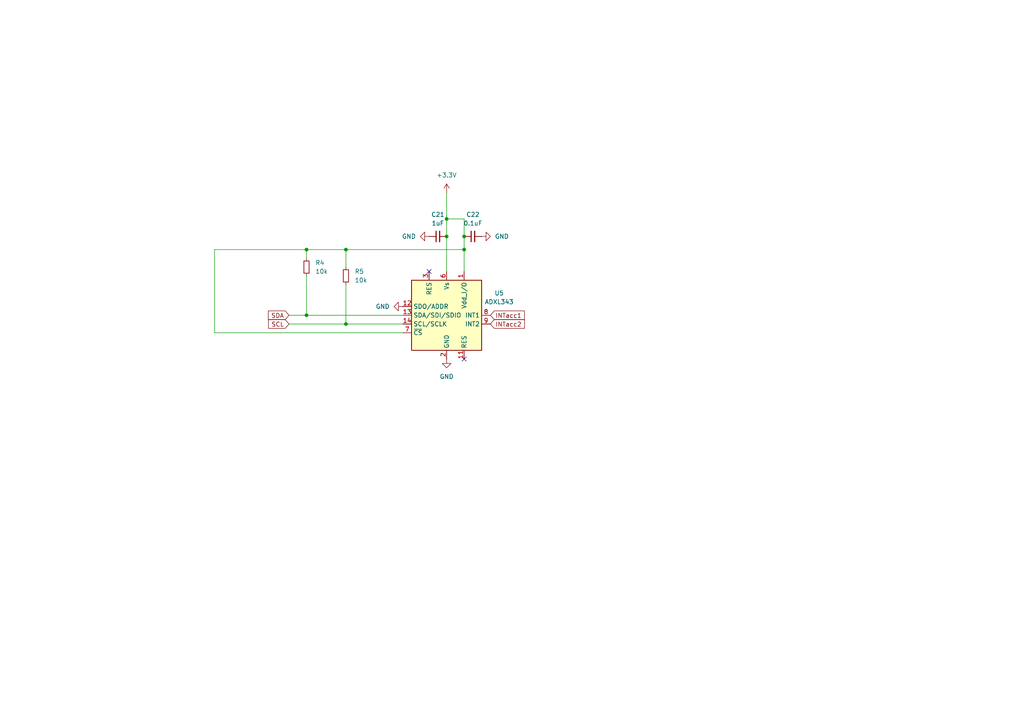
<source format=kicad_sch>
(kicad_sch (version 20250114) (generator "eeschema") (generator_version "9.0")
  (paper "A4")
  (lib_symbols
    (symbol "Device:C_Small" (pin_numbers (hide yes)) (pin_names (offset 0.254) (hide yes))
      (property "Reference" "C" (at 0.254 1.778 0))
      (property "Value" "C_Small" (at 0.254 -2.032 0))
      (symbol "C_Small_0_1"
        (polyline (pts (xy -1.524 0.508) (xy 1.524 0.508)) (stroke (width 0.3048)))
        (polyline (pts (xy -1.524 -0.508) (xy 1.524 -0.508)) (stroke (width 0.3302)))
      )
      (symbol "C_Small_1_1"
        (pin passive line (at 0 2.54 270) (length 2.032) (name "~") (number "1"))
        (pin passive line (at 0 -2.54 90) (length 2.032) (name "~") (number "2"))
      )
    )
    (symbol "Device:R_Small" (pin_numbers (hide yes)) (pin_names (offset 0.254) (hide yes))
      (property "Reference" "R" (at 0.762 0.508 0))
      (property "Value" "R_Small" (at 0.762 -1.016 0))
      (symbol "R_Small_0_1"
        (rectangle (start -0.762 1.778) (end 0.762 -1.778) (stroke (width 0.2032)))
      )
      (symbol "R_Small_1_1"
        (pin passive line (at 0 2.54 270) (length 0.762) (name "~") (number "1"))
        (pin passive line (at 0 -2.54 90) (length 0.762) (name "~") (number "2"))
      )
    )
    (symbol "Sensor_Motion:ADXL343"
      (property "Reference" "U" (at -8.89 11.43 0))
      (property "Value" "ADXL343" (at -7.62 -11.43 0))
      (symbol "ADXL343_0_1"
        (rectangle (start -10.16 10.16) (end 10.16 -10.16) (stroke (width 0.254)) (fill (type background)))
      )
      (symbol "ADXL343_1_1"
        (pin bidirectional line (at -12.7 2.54 0) (length 2.54) (name "SDO/ADDR") (number "12"))
        (pin bidirectional line (at -12.7 0 0) (length 2.54) (name "SDA/SDI/SDIO") (number "13"))
        (pin input line (at -12.7 -2.54 0) (length 2.54) (name "SCL/SCLK") (number "14"))
        (pin input line (at -12.7 -5.08 0) (length 2.54) (name "~{CS}") (number "7"))
        (pin passive line (at -5.08 12.7 270) (length 2.54) (name "RES") (number "3"))
        (pin no_connect line (at -5.08 -10.16 90) (length 2.54) (hide yes) (name "NC") (number "10"))
        (pin power_in line (at 0 12.7 270) (length 2.54) (name "Vs") (number "6"))
        (pin power_in line (at 0 -12.7 90) (length 2.54) (name "GND") (number "2"))
        (pin passive line (at 0 -12.7 90) (length 2.54) (hide yes) (name "GND") (number "4"))
        (pin passive line (at 0 -12.7 90) (length 2.54) (hide yes) (name "GND") (number "5"))
        (pin power_in line (at 5.08 12.7 270) (length 2.54) (name "Vdd_I/O") (number "1"))
        (pin passive line (at 5.08 -12.7 90) (length 2.54) (name "RES") (number "11"))
        (pin output line (at 12.7 0 180) (length 2.54) (name "INT1") (number "8"))
        (pin output line (at 12.7 -2.54 180) (length 2.54) (name "INT2") (number "9"))
      )
    )
    (symbol "power:+3.3V" (power) (pin_numbers (hide yes)) (pin_names (offset 0) (hide yes))
      (property "Value" "+3.3V" (at 0 3.556 0))
      (symbol "+3.3V_0_1"
        (polyline (pts (xy -0.762 1.27) (xy 0 2.54)))
        (polyline (pts (xy 0 2.54) (xy 0.762 1.27)))
        (polyline (pts (xy 0 0) (xy 0 2.54)))
      )
      (symbol "+3.3V_1_1"
        (pin power_in line (at 0 0 90) (length 0) (name "~") (number "1"))
      )
    )
    (symbol "power:GND" (power) (pin_numbers (hide yes)) (pin_names (offset 0) (hide yes))
      (property "Value" "GND" (at 0 -3.81 0))
      (symbol "GND_0_1"
        (polyline (pts (xy 0 0) (xy 0 -1.27) (xy 1.27 -1.27) (xy 0 -2.54) (xy -1.27 -1.27) (xy 0 -1.27)))
      )
      (symbol "GND_1_1"
        (pin power_in line (at 0 0 270) (length 0) (name "~") (number "1"))
      )
    )
  )
  (junction (at 129.54 68.58))
  (junction (at 134.62 72.39))
  (junction (at 100.33 93.98))
  (junction (at 129.54 63.5))
  (junction (at 88.9 72.39))
  (junction (at 88.9 91.44))
  (junction (at 100.33 72.39))
  (junction (at 134.62 68.58))
  (no_connect (at 134.62 104.14))
  (no_connect (at 124.46 78.74))
  (wire (pts (xy 100.33 93.98) (xy 116.84 93.98)))
  (wire (pts (xy 88.9 72.39) (xy 88.9 74.93)))
  (wire (pts (xy 88.9 72.39) (xy 62.23 72.39)))
  (wire (pts (xy 62.23 72.39) (xy 62.23 96.52)))
  (wire (pts (xy 88.9 80.01) (xy 88.9 91.44)))
  (wire (pts (xy 134.62 72.39) (xy 100.33 72.39)))
  (wire (pts (xy 129.54 68.58) (xy 129.54 78.74)))
  (wire (pts (xy 88.9 91.44) (xy 116.84 91.44)))
  (wire (pts (xy 134.62 68.58) (xy 134.62 63.5)))
  (wire (pts (xy 129.54 55.88) (xy 129.54 63.5)))
  (wire (pts (xy 134.62 72.39) (xy 134.62 68.58)))
  (wire (pts (xy 134.62 78.74) (xy 134.62 72.39)))
  (wire (pts (xy 83.82 93.98) (xy 100.33 93.98)))
  (wire (pts (xy 83.82 91.44) (xy 88.9 91.44)))
  (wire (pts (xy 134.62 63.5) (xy 129.54 63.5)))
  (wire (pts (xy 100.33 72.39) (xy 100.33 77.47)))
  (wire (pts (xy 62.23 96.52) (xy 116.84 96.52)))
  (wire (pts (xy 129.54 63.5) (xy 129.54 68.58)))
  (wire (pts (xy 100.33 72.39) (xy 88.9 72.39)))
  (wire (pts (xy 100.33 82.55) (xy 100.33 93.98)))
  (global_label "INTacc1" (shape input) (at 142.24 91.44 0) (property "Intersheetrefs" "${INTERSHEET_REFS}" (effects (hide yes))))
  (global_label "INTacc2" (shape input) (at 142.24 93.98 0) (property "Intersheetrefs" "${INTERSHEET_REFS}" (effects (hide yes))))
  (global_label "SCL" (shape input) (at 83.82 93.98 180) (property "Intersheetrefs" "${INTERSHEET_REFS}" (effects (hide yes))))
  (global_label "SDA" (shape input) (at 83.82 91.44 180) (property "Intersheetrefs" "${INTERSHEET_REFS}" (effects (hide yes))))
  (symbol (lib_id "power:GND") (at 139.7 68.58 90) (unit 1)
    (property "Reference" "#PWR029" (effects (hide yes)))
    (property "Value" "GND" (at 143.51 68.5799 90) (effects (justify right)))
    (property "Description" "Power symbol creates a global label with name \"GND\" , ground" (effects (hide yes)))
  )
  (symbol (lib_id "power:GND") (at 124.46 68.58 270) (unit 1)
    (property "Reference" "#PWR030" (effects (hide yes)))
    (property "Value" "GND" (at 120.65 68.5799 90) (effects (justify right)))
    (property "Description" "Power symbol creates a global label with name \"GND\" , ground" (effects (hide yes)))
  )
  (symbol (lib_id "Device:R_Small") (at 100.33 80.01 0) (unit 1)
    (property "Reference" "R5" (at 102.87 78.7399 0) (effects (justify left)))
    (property "Value" "10k" (at 102.87 81.2799 0) (effects (justify left)))
    (property "Description" "Resistor, small symbol" (effects (hide yes)))
  )
  (symbol (lib_id "power:GND") (at 129.54 104.14 0) (unit 1)
    (property "Reference" "#PWR027" (effects (hide yes)))
    (property "Value" "GND" (at 129.54 109.22 0))
    (property "Description" "Power symbol creates a global label with name \"GND\" , ground" (effects (hide yes)))
  )
  (symbol (lib_id "power:GND") (at 116.84 88.9 270) (unit 1)
    (property "Reference" "#PWR031" (effects (hide yes)))
    (property "Value" "GND" (at 113.03 88.8999 90) (effects (justify right)))
    (property "Description" "Power symbol creates a global label with name \"GND\" , ground" (effects (hide yes)))
  )
  (symbol (lib_id "power:+3.3V") (at 129.54 55.88 0) (unit 1)
    (property "Reference" "#PWR028" (effects (hide yes)))
    (property "Value" "+3.3V" (at 129.54 50.8 0))
    (property "Description" "Power symbol creates a global label with name \"+3.3V\"" (effects (hide yes)))
  )
  (symbol (lib_id "Device:C_Small") (at 137.16 68.58 90) (unit 1)
    (property "Reference" "C22" (at 137.1663 62.23 90))
    (property "Value" "0.1uF" (at 137.1663 64.77 90))
    (property "Description" "Unpolarized capacitor, small symbol" (effects (hide yes)))
  )
  (symbol (lib_id "Device:C_Small") (at 127 68.58 90) (unit 1)
    (property "Reference" "C21" (at 127.0063 62.23 90))
    (property "Value" "1uF" (at 127.0063 64.77 90))
    (property "Description" "Unpolarized capacitor, small symbol" (effects (hide yes)))
  )
  (symbol (lib_id "Sensor_Motion:ADXL343") (at 129.54 91.44 0) (unit 1)
    (property "Reference" "U5" (at 144.78 85.0198 0))
    (property "Value" "ADXL343" (at 144.78 87.5598 0))
    (property "Footprint" "Package_LGA:LGA-14_3x5mm_P0.8mm_LayoutBorder1x6y" (effects (hide yes)))
    (property "Datasheet" "https://www.analog.com/media/en/technical-documentation/data-sheets/ADXL343.pdf" (effects (hide yes)))
    (property "Description" "3-Axis MEMS Accelerometer, 2/4/8/16g range, I2C/SPI, LGA-14" (effects (hide yes)))
  )
  (symbol (lib_id "Device:R_Small") (at 88.9 77.47 0) (unit 1)
    (property "Reference" "R4" (at 91.44 76.1999 0) (effects (justify left)))
    (property "Value" "10k" (at 91.44 78.7399 0) (effects (justify left)))
    (property "Description" "Resistor, small symbol" (effects (hide yes)))
  )
)
</source>
